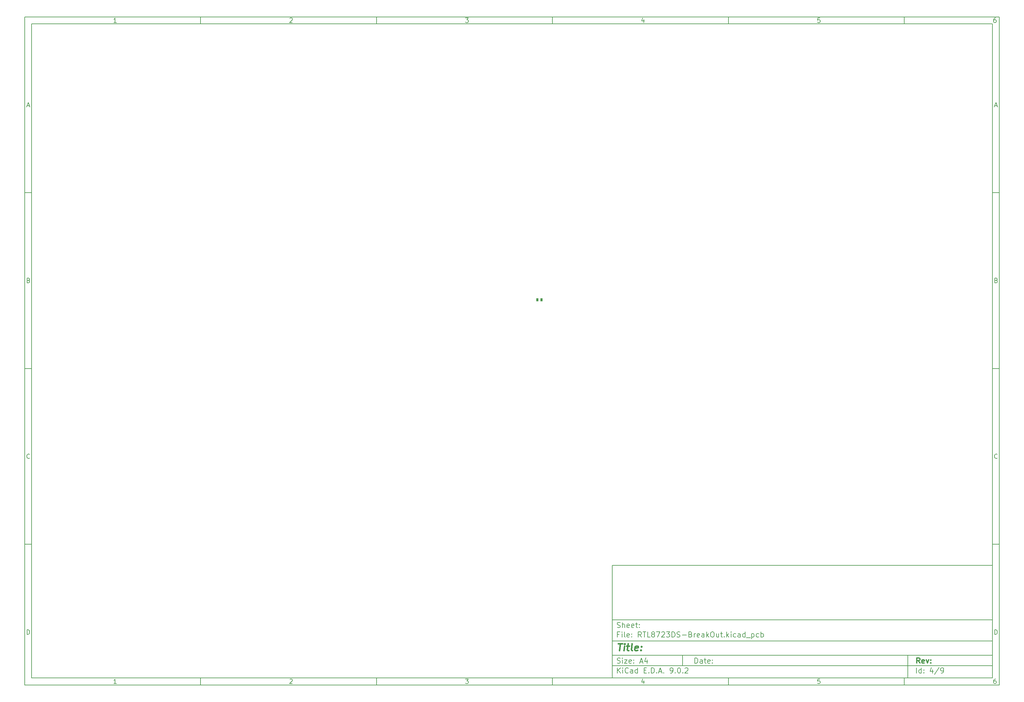
<source format=gbp>
G04 #@! TF.GenerationSoftware,KiCad,Pcbnew,9.0.2*
G04 #@! TF.CreationDate,2025-07-17T00:51:24+08:00*
G04 #@! TF.ProjectId,RTL8723DS-BreakOut,52544c38-3732-4334-9453-2d427265616b,rev?*
G04 #@! TF.SameCoordinates,Original*
G04 #@! TF.FileFunction,Paste,Bot*
G04 #@! TF.FilePolarity,Positive*
%FSLAX45Y45*%
G04 Gerber Fmt 4.5, Leading zero omitted, Abs format (unit mm)*
G04 Created by KiCad (PCBNEW 9.0.2) date 2025-07-17 00:51:24*
%MOMM*%
%LPD*%
G01*
G04 APERTURE LIST*
%ADD10C,0.100000*%
%ADD11C,0.150000*%
%ADD12C,0.300000*%
%ADD13C,0.400000*%
G04 APERTURE END LIST*
D10*
D11*
X17700220Y-16600720D02*
X28500220Y-16600720D01*
X28500220Y-19800720D01*
X17700220Y-19800720D01*
X17700220Y-16600720D01*
D10*
D11*
X1000000Y-1000000D02*
X28700220Y-1000000D01*
X28700220Y-20000720D01*
X1000000Y-20000720D01*
X1000000Y-1000000D01*
D10*
D11*
X1200000Y-1200000D02*
X28500220Y-1200000D01*
X28500220Y-19800720D01*
X1200000Y-19800720D01*
X1200000Y-1200000D01*
D10*
D11*
X6000000Y-1200000D02*
X6000000Y-1000000D01*
D10*
D11*
X11000000Y-1200000D02*
X11000000Y-1000000D01*
D10*
D11*
X16000000Y-1200000D02*
X16000000Y-1000000D01*
D10*
D11*
X21000000Y-1200000D02*
X21000000Y-1000000D01*
D10*
D11*
X26000000Y-1200000D02*
X26000000Y-1000000D01*
D10*
D11*
X3608916Y-1159360D02*
X3534630Y-1159360D01*
X3571773Y-1159360D02*
X3571773Y-1029360D01*
X3571773Y-1029360D02*
X3559392Y-1047932D01*
X3559392Y-1047932D02*
X3547011Y-1060313D01*
X3547011Y-1060313D02*
X3534630Y-1066503D01*
D10*
D11*
X8534630Y-1041741D02*
X8540821Y-1035551D01*
X8540821Y-1035551D02*
X8553202Y-1029360D01*
X8553202Y-1029360D02*
X8584154Y-1029360D01*
X8584154Y-1029360D02*
X8596535Y-1035551D01*
X8596535Y-1035551D02*
X8602726Y-1041741D01*
X8602726Y-1041741D02*
X8608916Y-1054122D01*
X8608916Y-1054122D02*
X8608916Y-1066503D01*
X8608916Y-1066503D02*
X8602726Y-1085075D01*
X8602726Y-1085075D02*
X8528440Y-1159360D01*
X8528440Y-1159360D02*
X8608916Y-1159360D01*
D10*
D11*
X13528440Y-1029360D02*
X13608916Y-1029360D01*
X13608916Y-1029360D02*
X13565583Y-1078884D01*
X13565583Y-1078884D02*
X13584154Y-1078884D01*
X13584154Y-1078884D02*
X13596535Y-1085075D01*
X13596535Y-1085075D02*
X13602725Y-1091265D01*
X13602725Y-1091265D02*
X13608916Y-1103646D01*
X13608916Y-1103646D02*
X13608916Y-1134599D01*
X13608916Y-1134599D02*
X13602725Y-1146980D01*
X13602725Y-1146980D02*
X13596535Y-1153170D01*
X13596535Y-1153170D02*
X13584154Y-1159360D01*
X13584154Y-1159360D02*
X13547011Y-1159360D01*
X13547011Y-1159360D02*
X13534630Y-1153170D01*
X13534630Y-1153170D02*
X13528440Y-1146980D01*
D10*
D11*
X18596535Y-1072694D02*
X18596535Y-1159360D01*
X18565583Y-1023170D02*
X18534630Y-1116027D01*
X18534630Y-1116027D02*
X18615106Y-1116027D01*
D10*
D11*
X23602725Y-1029360D02*
X23540821Y-1029360D01*
X23540821Y-1029360D02*
X23534630Y-1091265D01*
X23534630Y-1091265D02*
X23540821Y-1085075D01*
X23540821Y-1085075D02*
X23553202Y-1078884D01*
X23553202Y-1078884D02*
X23584154Y-1078884D01*
X23584154Y-1078884D02*
X23596535Y-1085075D01*
X23596535Y-1085075D02*
X23602725Y-1091265D01*
X23602725Y-1091265D02*
X23608916Y-1103646D01*
X23608916Y-1103646D02*
X23608916Y-1134599D01*
X23608916Y-1134599D02*
X23602725Y-1146980D01*
X23602725Y-1146980D02*
X23596535Y-1153170D01*
X23596535Y-1153170D02*
X23584154Y-1159360D01*
X23584154Y-1159360D02*
X23553202Y-1159360D01*
X23553202Y-1159360D02*
X23540821Y-1153170D01*
X23540821Y-1153170D02*
X23534630Y-1146980D01*
D10*
D11*
X28596535Y-1029360D02*
X28571773Y-1029360D01*
X28571773Y-1029360D02*
X28559392Y-1035551D01*
X28559392Y-1035551D02*
X28553202Y-1041741D01*
X28553202Y-1041741D02*
X28540821Y-1060313D01*
X28540821Y-1060313D02*
X28534630Y-1085075D01*
X28534630Y-1085075D02*
X28534630Y-1134599D01*
X28534630Y-1134599D02*
X28540821Y-1146980D01*
X28540821Y-1146980D02*
X28547011Y-1153170D01*
X28547011Y-1153170D02*
X28559392Y-1159360D01*
X28559392Y-1159360D02*
X28584154Y-1159360D01*
X28584154Y-1159360D02*
X28596535Y-1153170D01*
X28596535Y-1153170D02*
X28602725Y-1146980D01*
X28602725Y-1146980D02*
X28608916Y-1134599D01*
X28608916Y-1134599D02*
X28608916Y-1103646D01*
X28608916Y-1103646D02*
X28602725Y-1091265D01*
X28602725Y-1091265D02*
X28596535Y-1085075D01*
X28596535Y-1085075D02*
X28584154Y-1078884D01*
X28584154Y-1078884D02*
X28559392Y-1078884D01*
X28559392Y-1078884D02*
X28547011Y-1085075D01*
X28547011Y-1085075D02*
X28540821Y-1091265D01*
X28540821Y-1091265D02*
X28534630Y-1103646D01*
D10*
D11*
X6000000Y-19800720D02*
X6000000Y-20000720D01*
D10*
D11*
X11000000Y-19800720D02*
X11000000Y-20000720D01*
D10*
D11*
X16000000Y-19800720D02*
X16000000Y-20000720D01*
D10*
D11*
X21000000Y-19800720D02*
X21000000Y-20000720D01*
D10*
D11*
X26000000Y-19800720D02*
X26000000Y-20000720D01*
D10*
D11*
X3608916Y-19960080D02*
X3534630Y-19960080D01*
X3571773Y-19960080D02*
X3571773Y-19830080D01*
X3571773Y-19830080D02*
X3559392Y-19848652D01*
X3559392Y-19848652D02*
X3547011Y-19861033D01*
X3547011Y-19861033D02*
X3534630Y-19867223D01*
D10*
D11*
X8534630Y-19842461D02*
X8540821Y-19836271D01*
X8540821Y-19836271D02*
X8553202Y-19830080D01*
X8553202Y-19830080D02*
X8584154Y-19830080D01*
X8584154Y-19830080D02*
X8596535Y-19836271D01*
X8596535Y-19836271D02*
X8602726Y-19842461D01*
X8602726Y-19842461D02*
X8608916Y-19854842D01*
X8608916Y-19854842D02*
X8608916Y-19867223D01*
X8608916Y-19867223D02*
X8602726Y-19885795D01*
X8602726Y-19885795D02*
X8528440Y-19960080D01*
X8528440Y-19960080D02*
X8608916Y-19960080D01*
D10*
D11*
X13528440Y-19830080D02*
X13608916Y-19830080D01*
X13608916Y-19830080D02*
X13565583Y-19879604D01*
X13565583Y-19879604D02*
X13584154Y-19879604D01*
X13584154Y-19879604D02*
X13596535Y-19885795D01*
X13596535Y-19885795D02*
X13602725Y-19891985D01*
X13602725Y-19891985D02*
X13608916Y-19904366D01*
X13608916Y-19904366D02*
X13608916Y-19935319D01*
X13608916Y-19935319D02*
X13602725Y-19947700D01*
X13602725Y-19947700D02*
X13596535Y-19953890D01*
X13596535Y-19953890D02*
X13584154Y-19960080D01*
X13584154Y-19960080D02*
X13547011Y-19960080D01*
X13547011Y-19960080D02*
X13534630Y-19953890D01*
X13534630Y-19953890D02*
X13528440Y-19947700D01*
D10*
D11*
X18596535Y-19873414D02*
X18596535Y-19960080D01*
X18565583Y-19823890D02*
X18534630Y-19916747D01*
X18534630Y-19916747D02*
X18615106Y-19916747D01*
D10*
D11*
X23602725Y-19830080D02*
X23540821Y-19830080D01*
X23540821Y-19830080D02*
X23534630Y-19891985D01*
X23534630Y-19891985D02*
X23540821Y-19885795D01*
X23540821Y-19885795D02*
X23553202Y-19879604D01*
X23553202Y-19879604D02*
X23584154Y-19879604D01*
X23584154Y-19879604D02*
X23596535Y-19885795D01*
X23596535Y-19885795D02*
X23602725Y-19891985D01*
X23602725Y-19891985D02*
X23608916Y-19904366D01*
X23608916Y-19904366D02*
X23608916Y-19935319D01*
X23608916Y-19935319D02*
X23602725Y-19947700D01*
X23602725Y-19947700D02*
X23596535Y-19953890D01*
X23596535Y-19953890D02*
X23584154Y-19960080D01*
X23584154Y-19960080D02*
X23553202Y-19960080D01*
X23553202Y-19960080D02*
X23540821Y-19953890D01*
X23540821Y-19953890D02*
X23534630Y-19947700D01*
D10*
D11*
X28596535Y-19830080D02*
X28571773Y-19830080D01*
X28571773Y-19830080D02*
X28559392Y-19836271D01*
X28559392Y-19836271D02*
X28553202Y-19842461D01*
X28553202Y-19842461D02*
X28540821Y-19861033D01*
X28540821Y-19861033D02*
X28534630Y-19885795D01*
X28534630Y-19885795D02*
X28534630Y-19935319D01*
X28534630Y-19935319D02*
X28540821Y-19947700D01*
X28540821Y-19947700D02*
X28547011Y-19953890D01*
X28547011Y-19953890D02*
X28559392Y-19960080D01*
X28559392Y-19960080D02*
X28584154Y-19960080D01*
X28584154Y-19960080D02*
X28596535Y-19953890D01*
X28596535Y-19953890D02*
X28602725Y-19947700D01*
X28602725Y-19947700D02*
X28608916Y-19935319D01*
X28608916Y-19935319D02*
X28608916Y-19904366D01*
X28608916Y-19904366D02*
X28602725Y-19891985D01*
X28602725Y-19891985D02*
X28596535Y-19885795D01*
X28596535Y-19885795D02*
X28584154Y-19879604D01*
X28584154Y-19879604D02*
X28559392Y-19879604D01*
X28559392Y-19879604D02*
X28547011Y-19885795D01*
X28547011Y-19885795D02*
X28540821Y-19891985D01*
X28540821Y-19891985D02*
X28534630Y-19904366D01*
D10*
D11*
X1000000Y-6000000D02*
X1200000Y-6000000D01*
D10*
D11*
X1000000Y-11000000D02*
X1200000Y-11000000D01*
D10*
D11*
X1000000Y-16000000D02*
X1200000Y-16000000D01*
D10*
D11*
X1069048Y-3522218D02*
X1130952Y-3522218D01*
X1056667Y-3559360D02*
X1100000Y-3429360D01*
X1100000Y-3429360D02*
X1143333Y-3559360D01*
D10*
D11*
X1109286Y-8491265D02*
X1127857Y-8497456D01*
X1127857Y-8497456D02*
X1134048Y-8503646D01*
X1134048Y-8503646D02*
X1140238Y-8516027D01*
X1140238Y-8516027D02*
X1140238Y-8534599D01*
X1140238Y-8534599D02*
X1134048Y-8546980D01*
X1134048Y-8546980D02*
X1127857Y-8553170D01*
X1127857Y-8553170D02*
X1115476Y-8559360D01*
X1115476Y-8559360D02*
X1065952Y-8559360D01*
X1065952Y-8559360D02*
X1065952Y-8429360D01*
X1065952Y-8429360D02*
X1109286Y-8429360D01*
X1109286Y-8429360D02*
X1121667Y-8435551D01*
X1121667Y-8435551D02*
X1127857Y-8441741D01*
X1127857Y-8441741D02*
X1134048Y-8454122D01*
X1134048Y-8454122D02*
X1134048Y-8466503D01*
X1134048Y-8466503D02*
X1127857Y-8478884D01*
X1127857Y-8478884D02*
X1121667Y-8485075D01*
X1121667Y-8485075D02*
X1109286Y-8491265D01*
X1109286Y-8491265D02*
X1065952Y-8491265D01*
D10*
D11*
X1140238Y-13546979D02*
X1134048Y-13553170D01*
X1134048Y-13553170D02*
X1115476Y-13559360D01*
X1115476Y-13559360D02*
X1103095Y-13559360D01*
X1103095Y-13559360D02*
X1084524Y-13553170D01*
X1084524Y-13553170D02*
X1072143Y-13540789D01*
X1072143Y-13540789D02*
X1065952Y-13528408D01*
X1065952Y-13528408D02*
X1059762Y-13503646D01*
X1059762Y-13503646D02*
X1059762Y-13485075D01*
X1059762Y-13485075D02*
X1065952Y-13460313D01*
X1065952Y-13460313D02*
X1072143Y-13447932D01*
X1072143Y-13447932D02*
X1084524Y-13435551D01*
X1084524Y-13435551D02*
X1103095Y-13429360D01*
X1103095Y-13429360D02*
X1115476Y-13429360D01*
X1115476Y-13429360D02*
X1134048Y-13435551D01*
X1134048Y-13435551D02*
X1140238Y-13441741D01*
D10*
D11*
X1065952Y-18559360D02*
X1065952Y-18429360D01*
X1065952Y-18429360D02*
X1096905Y-18429360D01*
X1096905Y-18429360D02*
X1115476Y-18435551D01*
X1115476Y-18435551D02*
X1127857Y-18447932D01*
X1127857Y-18447932D02*
X1134048Y-18460313D01*
X1134048Y-18460313D02*
X1140238Y-18485075D01*
X1140238Y-18485075D02*
X1140238Y-18503646D01*
X1140238Y-18503646D02*
X1134048Y-18528408D01*
X1134048Y-18528408D02*
X1127857Y-18540789D01*
X1127857Y-18540789D02*
X1115476Y-18553170D01*
X1115476Y-18553170D02*
X1096905Y-18559360D01*
X1096905Y-18559360D02*
X1065952Y-18559360D01*
D10*
D11*
X28700220Y-6000000D02*
X28500220Y-6000000D01*
D10*
D11*
X28700220Y-11000000D02*
X28500220Y-11000000D01*
D10*
D11*
X28700220Y-16000000D02*
X28500220Y-16000000D01*
D10*
D11*
X28569268Y-3522218D02*
X28631172Y-3522218D01*
X28556887Y-3559360D02*
X28600220Y-3429360D01*
X28600220Y-3429360D02*
X28643553Y-3559360D01*
D10*
D11*
X28609506Y-8491265D02*
X28628077Y-8497456D01*
X28628077Y-8497456D02*
X28634268Y-8503646D01*
X28634268Y-8503646D02*
X28640458Y-8516027D01*
X28640458Y-8516027D02*
X28640458Y-8534599D01*
X28640458Y-8534599D02*
X28634268Y-8546980D01*
X28634268Y-8546980D02*
X28628077Y-8553170D01*
X28628077Y-8553170D02*
X28615696Y-8559360D01*
X28615696Y-8559360D02*
X28566172Y-8559360D01*
X28566172Y-8559360D02*
X28566172Y-8429360D01*
X28566172Y-8429360D02*
X28609506Y-8429360D01*
X28609506Y-8429360D02*
X28621887Y-8435551D01*
X28621887Y-8435551D02*
X28628077Y-8441741D01*
X28628077Y-8441741D02*
X28634268Y-8454122D01*
X28634268Y-8454122D02*
X28634268Y-8466503D01*
X28634268Y-8466503D02*
X28628077Y-8478884D01*
X28628077Y-8478884D02*
X28621887Y-8485075D01*
X28621887Y-8485075D02*
X28609506Y-8491265D01*
X28609506Y-8491265D02*
X28566172Y-8491265D01*
D10*
D11*
X28640458Y-13546979D02*
X28634268Y-13553170D01*
X28634268Y-13553170D02*
X28615696Y-13559360D01*
X28615696Y-13559360D02*
X28603315Y-13559360D01*
X28603315Y-13559360D02*
X28584744Y-13553170D01*
X28584744Y-13553170D02*
X28572363Y-13540789D01*
X28572363Y-13540789D02*
X28566172Y-13528408D01*
X28566172Y-13528408D02*
X28559982Y-13503646D01*
X28559982Y-13503646D02*
X28559982Y-13485075D01*
X28559982Y-13485075D02*
X28566172Y-13460313D01*
X28566172Y-13460313D02*
X28572363Y-13447932D01*
X28572363Y-13447932D02*
X28584744Y-13435551D01*
X28584744Y-13435551D02*
X28603315Y-13429360D01*
X28603315Y-13429360D02*
X28615696Y-13429360D01*
X28615696Y-13429360D02*
X28634268Y-13435551D01*
X28634268Y-13435551D02*
X28640458Y-13441741D01*
D10*
D11*
X28566172Y-18559360D02*
X28566172Y-18429360D01*
X28566172Y-18429360D02*
X28597125Y-18429360D01*
X28597125Y-18429360D02*
X28615696Y-18435551D01*
X28615696Y-18435551D02*
X28628077Y-18447932D01*
X28628077Y-18447932D02*
X28634268Y-18460313D01*
X28634268Y-18460313D02*
X28640458Y-18485075D01*
X28640458Y-18485075D02*
X28640458Y-18503646D01*
X28640458Y-18503646D02*
X28634268Y-18528408D01*
X28634268Y-18528408D02*
X28628077Y-18540789D01*
X28628077Y-18540789D02*
X28615696Y-18553170D01*
X28615696Y-18553170D02*
X28597125Y-18559360D01*
X28597125Y-18559360D02*
X28566172Y-18559360D01*
D10*
D11*
X20045803Y-19379333D02*
X20045803Y-19229333D01*
X20045803Y-19229333D02*
X20081517Y-19229333D01*
X20081517Y-19229333D02*
X20102946Y-19236476D01*
X20102946Y-19236476D02*
X20117231Y-19250761D01*
X20117231Y-19250761D02*
X20124374Y-19265047D01*
X20124374Y-19265047D02*
X20131517Y-19293619D01*
X20131517Y-19293619D02*
X20131517Y-19315047D01*
X20131517Y-19315047D02*
X20124374Y-19343619D01*
X20124374Y-19343619D02*
X20117231Y-19357904D01*
X20117231Y-19357904D02*
X20102946Y-19372190D01*
X20102946Y-19372190D02*
X20081517Y-19379333D01*
X20081517Y-19379333D02*
X20045803Y-19379333D01*
X20260088Y-19379333D02*
X20260088Y-19300761D01*
X20260088Y-19300761D02*
X20252946Y-19286476D01*
X20252946Y-19286476D02*
X20238660Y-19279333D01*
X20238660Y-19279333D02*
X20210088Y-19279333D01*
X20210088Y-19279333D02*
X20195803Y-19286476D01*
X20260088Y-19372190D02*
X20245803Y-19379333D01*
X20245803Y-19379333D02*
X20210088Y-19379333D01*
X20210088Y-19379333D02*
X20195803Y-19372190D01*
X20195803Y-19372190D02*
X20188660Y-19357904D01*
X20188660Y-19357904D02*
X20188660Y-19343619D01*
X20188660Y-19343619D02*
X20195803Y-19329333D01*
X20195803Y-19329333D02*
X20210088Y-19322190D01*
X20210088Y-19322190D02*
X20245803Y-19322190D01*
X20245803Y-19322190D02*
X20260088Y-19315047D01*
X20310088Y-19279333D02*
X20367231Y-19279333D01*
X20331517Y-19229333D02*
X20331517Y-19357904D01*
X20331517Y-19357904D02*
X20338660Y-19372190D01*
X20338660Y-19372190D02*
X20352946Y-19379333D01*
X20352946Y-19379333D02*
X20367231Y-19379333D01*
X20474374Y-19372190D02*
X20460088Y-19379333D01*
X20460088Y-19379333D02*
X20431517Y-19379333D01*
X20431517Y-19379333D02*
X20417231Y-19372190D01*
X20417231Y-19372190D02*
X20410088Y-19357904D01*
X20410088Y-19357904D02*
X20410088Y-19300761D01*
X20410088Y-19300761D02*
X20417231Y-19286476D01*
X20417231Y-19286476D02*
X20431517Y-19279333D01*
X20431517Y-19279333D02*
X20460088Y-19279333D01*
X20460088Y-19279333D02*
X20474374Y-19286476D01*
X20474374Y-19286476D02*
X20481517Y-19300761D01*
X20481517Y-19300761D02*
X20481517Y-19315047D01*
X20481517Y-19315047D02*
X20410088Y-19329333D01*
X20545803Y-19365047D02*
X20552946Y-19372190D01*
X20552946Y-19372190D02*
X20545803Y-19379333D01*
X20545803Y-19379333D02*
X20538660Y-19372190D01*
X20538660Y-19372190D02*
X20545803Y-19365047D01*
X20545803Y-19365047D02*
X20545803Y-19379333D01*
X20545803Y-19286476D02*
X20552946Y-19293619D01*
X20552946Y-19293619D02*
X20545803Y-19300761D01*
X20545803Y-19300761D02*
X20538660Y-19293619D01*
X20538660Y-19293619D02*
X20545803Y-19286476D01*
X20545803Y-19286476D02*
X20545803Y-19300761D01*
D10*
D11*
X17700220Y-19450720D02*
X28500220Y-19450720D01*
D10*
D11*
X17845803Y-19659333D02*
X17845803Y-19509333D01*
X17931517Y-19659333D02*
X17867231Y-19573619D01*
X17931517Y-19509333D02*
X17845803Y-19595047D01*
X17995803Y-19659333D02*
X17995803Y-19559333D01*
X17995803Y-19509333D02*
X17988660Y-19516476D01*
X17988660Y-19516476D02*
X17995803Y-19523619D01*
X17995803Y-19523619D02*
X18002946Y-19516476D01*
X18002946Y-19516476D02*
X17995803Y-19509333D01*
X17995803Y-19509333D02*
X17995803Y-19523619D01*
X18152946Y-19645047D02*
X18145803Y-19652190D01*
X18145803Y-19652190D02*
X18124374Y-19659333D01*
X18124374Y-19659333D02*
X18110088Y-19659333D01*
X18110088Y-19659333D02*
X18088660Y-19652190D01*
X18088660Y-19652190D02*
X18074374Y-19637904D01*
X18074374Y-19637904D02*
X18067231Y-19623619D01*
X18067231Y-19623619D02*
X18060088Y-19595047D01*
X18060088Y-19595047D02*
X18060088Y-19573619D01*
X18060088Y-19573619D02*
X18067231Y-19545047D01*
X18067231Y-19545047D02*
X18074374Y-19530761D01*
X18074374Y-19530761D02*
X18088660Y-19516476D01*
X18088660Y-19516476D02*
X18110088Y-19509333D01*
X18110088Y-19509333D02*
X18124374Y-19509333D01*
X18124374Y-19509333D02*
X18145803Y-19516476D01*
X18145803Y-19516476D02*
X18152946Y-19523619D01*
X18281517Y-19659333D02*
X18281517Y-19580761D01*
X18281517Y-19580761D02*
X18274374Y-19566476D01*
X18274374Y-19566476D02*
X18260088Y-19559333D01*
X18260088Y-19559333D02*
X18231517Y-19559333D01*
X18231517Y-19559333D02*
X18217231Y-19566476D01*
X18281517Y-19652190D02*
X18267231Y-19659333D01*
X18267231Y-19659333D02*
X18231517Y-19659333D01*
X18231517Y-19659333D02*
X18217231Y-19652190D01*
X18217231Y-19652190D02*
X18210088Y-19637904D01*
X18210088Y-19637904D02*
X18210088Y-19623619D01*
X18210088Y-19623619D02*
X18217231Y-19609333D01*
X18217231Y-19609333D02*
X18231517Y-19602190D01*
X18231517Y-19602190D02*
X18267231Y-19602190D01*
X18267231Y-19602190D02*
X18281517Y-19595047D01*
X18417231Y-19659333D02*
X18417231Y-19509333D01*
X18417231Y-19652190D02*
X18402946Y-19659333D01*
X18402946Y-19659333D02*
X18374374Y-19659333D01*
X18374374Y-19659333D02*
X18360088Y-19652190D01*
X18360088Y-19652190D02*
X18352946Y-19645047D01*
X18352946Y-19645047D02*
X18345803Y-19630761D01*
X18345803Y-19630761D02*
X18345803Y-19587904D01*
X18345803Y-19587904D02*
X18352946Y-19573619D01*
X18352946Y-19573619D02*
X18360088Y-19566476D01*
X18360088Y-19566476D02*
X18374374Y-19559333D01*
X18374374Y-19559333D02*
X18402946Y-19559333D01*
X18402946Y-19559333D02*
X18417231Y-19566476D01*
X18602946Y-19580761D02*
X18652946Y-19580761D01*
X18674374Y-19659333D02*
X18602946Y-19659333D01*
X18602946Y-19659333D02*
X18602946Y-19509333D01*
X18602946Y-19509333D02*
X18674374Y-19509333D01*
X18738660Y-19645047D02*
X18745803Y-19652190D01*
X18745803Y-19652190D02*
X18738660Y-19659333D01*
X18738660Y-19659333D02*
X18731517Y-19652190D01*
X18731517Y-19652190D02*
X18738660Y-19645047D01*
X18738660Y-19645047D02*
X18738660Y-19659333D01*
X18810088Y-19659333D02*
X18810088Y-19509333D01*
X18810088Y-19509333D02*
X18845803Y-19509333D01*
X18845803Y-19509333D02*
X18867231Y-19516476D01*
X18867231Y-19516476D02*
X18881517Y-19530761D01*
X18881517Y-19530761D02*
X18888660Y-19545047D01*
X18888660Y-19545047D02*
X18895803Y-19573619D01*
X18895803Y-19573619D02*
X18895803Y-19595047D01*
X18895803Y-19595047D02*
X18888660Y-19623619D01*
X18888660Y-19623619D02*
X18881517Y-19637904D01*
X18881517Y-19637904D02*
X18867231Y-19652190D01*
X18867231Y-19652190D02*
X18845803Y-19659333D01*
X18845803Y-19659333D02*
X18810088Y-19659333D01*
X18960088Y-19645047D02*
X18967231Y-19652190D01*
X18967231Y-19652190D02*
X18960088Y-19659333D01*
X18960088Y-19659333D02*
X18952946Y-19652190D01*
X18952946Y-19652190D02*
X18960088Y-19645047D01*
X18960088Y-19645047D02*
X18960088Y-19659333D01*
X19024374Y-19616476D02*
X19095803Y-19616476D01*
X19010089Y-19659333D02*
X19060089Y-19509333D01*
X19060089Y-19509333D02*
X19110089Y-19659333D01*
X19160088Y-19645047D02*
X19167231Y-19652190D01*
X19167231Y-19652190D02*
X19160088Y-19659333D01*
X19160088Y-19659333D02*
X19152946Y-19652190D01*
X19152946Y-19652190D02*
X19160088Y-19645047D01*
X19160088Y-19645047D02*
X19160088Y-19659333D01*
X19352946Y-19659333D02*
X19381517Y-19659333D01*
X19381517Y-19659333D02*
X19395803Y-19652190D01*
X19395803Y-19652190D02*
X19402946Y-19645047D01*
X19402946Y-19645047D02*
X19417231Y-19623619D01*
X19417231Y-19623619D02*
X19424374Y-19595047D01*
X19424374Y-19595047D02*
X19424374Y-19537904D01*
X19424374Y-19537904D02*
X19417231Y-19523619D01*
X19417231Y-19523619D02*
X19410089Y-19516476D01*
X19410089Y-19516476D02*
X19395803Y-19509333D01*
X19395803Y-19509333D02*
X19367231Y-19509333D01*
X19367231Y-19509333D02*
X19352946Y-19516476D01*
X19352946Y-19516476D02*
X19345803Y-19523619D01*
X19345803Y-19523619D02*
X19338660Y-19537904D01*
X19338660Y-19537904D02*
X19338660Y-19573619D01*
X19338660Y-19573619D02*
X19345803Y-19587904D01*
X19345803Y-19587904D02*
X19352946Y-19595047D01*
X19352946Y-19595047D02*
X19367231Y-19602190D01*
X19367231Y-19602190D02*
X19395803Y-19602190D01*
X19395803Y-19602190D02*
X19410089Y-19595047D01*
X19410089Y-19595047D02*
X19417231Y-19587904D01*
X19417231Y-19587904D02*
X19424374Y-19573619D01*
X19488660Y-19645047D02*
X19495803Y-19652190D01*
X19495803Y-19652190D02*
X19488660Y-19659333D01*
X19488660Y-19659333D02*
X19481517Y-19652190D01*
X19481517Y-19652190D02*
X19488660Y-19645047D01*
X19488660Y-19645047D02*
X19488660Y-19659333D01*
X19588660Y-19509333D02*
X19602946Y-19509333D01*
X19602946Y-19509333D02*
X19617231Y-19516476D01*
X19617231Y-19516476D02*
X19624374Y-19523619D01*
X19624374Y-19523619D02*
X19631517Y-19537904D01*
X19631517Y-19537904D02*
X19638660Y-19566476D01*
X19638660Y-19566476D02*
X19638660Y-19602190D01*
X19638660Y-19602190D02*
X19631517Y-19630761D01*
X19631517Y-19630761D02*
X19624374Y-19645047D01*
X19624374Y-19645047D02*
X19617231Y-19652190D01*
X19617231Y-19652190D02*
X19602946Y-19659333D01*
X19602946Y-19659333D02*
X19588660Y-19659333D01*
X19588660Y-19659333D02*
X19574374Y-19652190D01*
X19574374Y-19652190D02*
X19567231Y-19645047D01*
X19567231Y-19645047D02*
X19560088Y-19630761D01*
X19560088Y-19630761D02*
X19552946Y-19602190D01*
X19552946Y-19602190D02*
X19552946Y-19566476D01*
X19552946Y-19566476D02*
X19560088Y-19537904D01*
X19560088Y-19537904D02*
X19567231Y-19523619D01*
X19567231Y-19523619D02*
X19574374Y-19516476D01*
X19574374Y-19516476D02*
X19588660Y-19509333D01*
X19702946Y-19645047D02*
X19710088Y-19652190D01*
X19710088Y-19652190D02*
X19702946Y-19659333D01*
X19702946Y-19659333D02*
X19695803Y-19652190D01*
X19695803Y-19652190D02*
X19702946Y-19645047D01*
X19702946Y-19645047D02*
X19702946Y-19659333D01*
X19767231Y-19523619D02*
X19774374Y-19516476D01*
X19774374Y-19516476D02*
X19788660Y-19509333D01*
X19788660Y-19509333D02*
X19824374Y-19509333D01*
X19824374Y-19509333D02*
X19838660Y-19516476D01*
X19838660Y-19516476D02*
X19845803Y-19523619D01*
X19845803Y-19523619D02*
X19852946Y-19537904D01*
X19852946Y-19537904D02*
X19852946Y-19552190D01*
X19852946Y-19552190D02*
X19845803Y-19573619D01*
X19845803Y-19573619D02*
X19760088Y-19659333D01*
X19760088Y-19659333D02*
X19852946Y-19659333D01*
D10*
D11*
X17700220Y-19150720D02*
X28500220Y-19150720D01*
D10*
D12*
X26441385Y-19378553D02*
X26391385Y-19307124D01*
X26355671Y-19378553D02*
X26355671Y-19228553D01*
X26355671Y-19228553D02*
X26412814Y-19228553D01*
X26412814Y-19228553D02*
X26427100Y-19235696D01*
X26427100Y-19235696D02*
X26434242Y-19242839D01*
X26434242Y-19242839D02*
X26441385Y-19257124D01*
X26441385Y-19257124D02*
X26441385Y-19278553D01*
X26441385Y-19278553D02*
X26434242Y-19292839D01*
X26434242Y-19292839D02*
X26427100Y-19299981D01*
X26427100Y-19299981D02*
X26412814Y-19307124D01*
X26412814Y-19307124D02*
X26355671Y-19307124D01*
X26562814Y-19371410D02*
X26548528Y-19378553D01*
X26548528Y-19378553D02*
X26519957Y-19378553D01*
X26519957Y-19378553D02*
X26505671Y-19371410D01*
X26505671Y-19371410D02*
X26498528Y-19357124D01*
X26498528Y-19357124D02*
X26498528Y-19299981D01*
X26498528Y-19299981D02*
X26505671Y-19285696D01*
X26505671Y-19285696D02*
X26519957Y-19278553D01*
X26519957Y-19278553D02*
X26548528Y-19278553D01*
X26548528Y-19278553D02*
X26562814Y-19285696D01*
X26562814Y-19285696D02*
X26569957Y-19299981D01*
X26569957Y-19299981D02*
X26569957Y-19314267D01*
X26569957Y-19314267D02*
X26498528Y-19328553D01*
X26619957Y-19278553D02*
X26655671Y-19378553D01*
X26655671Y-19378553D02*
X26691385Y-19278553D01*
X26748528Y-19364267D02*
X26755671Y-19371410D01*
X26755671Y-19371410D02*
X26748528Y-19378553D01*
X26748528Y-19378553D02*
X26741385Y-19371410D01*
X26741385Y-19371410D02*
X26748528Y-19364267D01*
X26748528Y-19364267D02*
X26748528Y-19378553D01*
X26748528Y-19285696D02*
X26755671Y-19292839D01*
X26755671Y-19292839D02*
X26748528Y-19299981D01*
X26748528Y-19299981D02*
X26741385Y-19292839D01*
X26741385Y-19292839D02*
X26748528Y-19285696D01*
X26748528Y-19285696D02*
X26748528Y-19299981D01*
D10*
D11*
X17838660Y-19372190D02*
X17860088Y-19379333D01*
X17860088Y-19379333D02*
X17895803Y-19379333D01*
X17895803Y-19379333D02*
X17910088Y-19372190D01*
X17910088Y-19372190D02*
X17917231Y-19365047D01*
X17917231Y-19365047D02*
X17924374Y-19350761D01*
X17924374Y-19350761D02*
X17924374Y-19336476D01*
X17924374Y-19336476D02*
X17917231Y-19322190D01*
X17917231Y-19322190D02*
X17910088Y-19315047D01*
X17910088Y-19315047D02*
X17895803Y-19307904D01*
X17895803Y-19307904D02*
X17867231Y-19300761D01*
X17867231Y-19300761D02*
X17852946Y-19293619D01*
X17852946Y-19293619D02*
X17845803Y-19286476D01*
X17845803Y-19286476D02*
X17838660Y-19272190D01*
X17838660Y-19272190D02*
X17838660Y-19257904D01*
X17838660Y-19257904D02*
X17845803Y-19243619D01*
X17845803Y-19243619D02*
X17852946Y-19236476D01*
X17852946Y-19236476D02*
X17867231Y-19229333D01*
X17867231Y-19229333D02*
X17902946Y-19229333D01*
X17902946Y-19229333D02*
X17924374Y-19236476D01*
X17988660Y-19379333D02*
X17988660Y-19279333D01*
X17988660Y-19229333D02*
X17981517Y-19236476D01*
X17981517Y-19236476D02*
X17988660Y-19243619D01*
X17988660Y-19243619D02*
X17995803Y-19236476D01*
X17995803Y-19236476D02*
X17988660Y-19229333D01*
X17988660Y-19229333D02*
X17988660Y-19243619D01*
X18045803Y-19279333D02*
X18124374Y-19279333D01*
X18124374Y-19279333D02*
X18045803Y-19379333D01*
X18045803Y-19379333D02*
X18124374Y-19379333D01*
X18238660Y-19372190D02*
X18224374Y-19379333D01*
X18224374Y-19379333D02*
X18195803Y-19379333D01*
X18195803Y-19379333D02*
X18181517Y-19372190D01*
X18181517Y-19372190D02*
X18174374Y-19357904D01*
X18174374Y-19357904D02*
X18174374Y-19300761D01*
X18174374Y-19300761D02*
X18181517Y-19286476D01*
X18181517Y-19286476D02*
X18195803Y-19279333D01*
X18195803Y-19279333D02*
X18224374Y-19279333D01*
X18224374Y-19279333D02*
X18238660Y-19286476D01*
X18238660Y-19286476D02*
X18245803Y-19300761D01*
X18245803Y-19300761D02*
X18245803Y-19315047D01*
X18245803Y-19315047D02*
X18174374Y-19329333D01*
X18310088Y-19365047D02*
X18317231Y-19372190D01*
X18317231Y-19372190D02*
X18310088Y-19379333D01*
X18310088Y-19379333D02*
X18302946Y-19372190D01*
X18302946Y-19372190D02*
X18310088Y-19365047D01*
X18310088Y-19365047D02*
X18310088Y-19379333D01*
X18310088Y-19286476D02*
X18317231Y-19293619D01*
X18317231Y-19293619D02*
X18310088Y-19300761D01*
X18310088Y-19300761D02*
X18302946Y-19293619D01*
X18302946Y-19293619D02*
X18310088Y-19286476D01*
X18310088Y-19286476D02*
X18310088Y-19300761D01*
X18488660Y-19336476D02*
X18560088Y-19336476D01*
X18474374Y-19379333D02*
X18524374Y-19229333D01*
X18524374Y-19229333D02*
X18574374Y-19379333D01*
X18688660Y-19279333D02*
X18688660Y-19379333D01*
X18652946Y-19222190D02*
X18617231Y-19329333D01*
X18617231Y-19329333D02*
X18710088Y-19329333D01*
D10*
D11*
X26345803Y-19659333D02*
X26345803Y-19509333D01*
X26481517Y-19659333D02*
X26481517Y-19509333D01*
X26481517Y-19652190D02*
X26467231Y-19659333D01*
X26467231Y-19659333D02*
X26438660Y-19659333D01*
X26438660Y-19659333D02*
X26424374Y-19652190D01*
X26424374Y-19652190D02*
X26417231Y-19645047D01*
X26417231Y-19645047D02*
X26410088Y-19630761D01*
X26410088Y-19630761D02*
X26410088Y-19587904D01*
X26410088Y-19587904D02*
X26417231Y-19573619D01*
X26417231Y-19573619D02*
X26424374Y-19566476D01*
X26424374Y-19566476D02*
X26438660Y-19559333D01*
X26438660Y-19559333D02*
X26467231Y-19559333D01*
X26467231Y-19559333D02*
X26481517Y-19566476D01*
X26552945Y-19645047D02*
X26560088Y-19652190D01*
X26560088Y-19652190D02*
X26552945Y-19659333D01*
X26552945Y-19659333D02*
X26545803Y-19652190D01*
X26545803Y-19652190D02*
X26552945Y-19645047D01*
X26552945Y-19645047D02*
X26552945Y-19659333D01*
X26552945Y-19566476D02*
X26560088Y-19573619D01*
X26560088Y-19573619D02*
X26552945Y-19580761D01*
X26552945Y-19580761D02*
X26545803Y-19573619D01*
X26545803Y-19573619D02*
X26552945Y-19566476D01*
X26552945Y-19566476D02*
X26552945Y-19580761D01*
X26802946Y-19559333D02*
X26802946Y-19659333D01*
X26767231Y-19502190D02*
X26731517Y-19609333D01*
X26731517Y-19609333D02*
X26824374Y-19609333D01*
X26988660Y-19502190D02*
X26860088Y-19695047D01*
X27045803Y-19659333D02*
X27074374Y-19659333D01*
X27074374Y-19659333D02*
X27088660Y-19652190D01*
X27088660Y-19652190D02*
X27095803Y-19645047D01*
X27095803Y-19645047D02*
X27110088Y-19623619D01*
X27110088Y-19623619D02*
X27117231Y-19595047D01*
X27117231Y-19595047D02*
X27117231Y-19537904D01*
X27117231Y-19537904D02*
X27110088Y-19523619D01*
X27110088Y-19523619D02*
X27102946Y-19516476D01*
X27102946Y-19516476D02*
X27088660Y-19509333D01*
X27088660Y-19509333D02*
X27060088Y-19509333D01*
X27060088Y-19509333D02*
X27045803Y-19516476D01*
X27045803Y-19516476D02*
X27038660Y-19523619D01*
X27038660Y-19523619D02*
X27031517Y-19537904D01*
X27031517Y-19537904D02*
X27031517Y-19573619D01*
X27031517Y-19573619D02*
X27038660Y-19587904D01*
X27038660Y-19587904D02*
X27045803Y-19595047D01*
X27045803Y-19595047D02*
X27060088Y-19602190D01*
X27060088Y-19602190D02*
X27088660Y-19602190D01*
X27088660Y-19602190D02*
X27102946Y-19595047D01*
X27102946Y-19595047D02*
X27110088Y-19587904D01*
X27110088Y-19587904D02*
X27117231Y-19573619D01*
D10*
D11*
X17700220Y-18750720D02*
X28500220Y-18750720D01*
D10*
D13*
X17869393Y-18821164D02*
X17983679Y-18821164D01*
X17901536Y-19021164D02*
X17926536Y-18821164D01*
X18025345Y-19021164D02*
X18042012Y-18887830D01*
X18050345Y-18821164D02*
X18039631Y-18830688D01*
X18039631Y-18830688D02*
X18047964Y-18840211D01*
X18047964Y-18840211D02*
X18058679Y-18830688D01*
X18058679Y-18830688D02*
X18050345Y-18821164D01*
X18050345Y-18821164D02*
X18047964Y-18840211D01*
X18108679Y-18887830D02*
X18184869Y-18887830D01*
X18145583Y-18821164D02*
X18124155Y-18992592D01*
X18124155Y-18992592D02*
X18131298Y-19011640D01*
X18131298Y-19011640D02*
X18149155Y-19021164D01*
X18149155Y-19021164D02*
X18168202Y-19021164D01*
X18263441Y-19021164D02*
X18245583Y-19011640D01*
X18245583Y-19011640D02*
X18238441Y-18992592D01*
X18238441Y-18992592D02*
X18259869Y-18821164D01*
X18417012Y-19011640D02*
X18396774Y-19021164D01*
X18396774Y-19021164D02*
X18358679Y-19021164D01*
X18358679Y-19021164D02*
X18340821Y-19011640D01*
X18340821Y-19011640D02*
X18333679Y-18992592D01*
X18333679Y-18992592D02*
X18343202Y-18916402D01*
X18343202Y-18916402D02*
X18355107Y-18897354D01*
X18355107Y-18897354D02*
X18375345Y-18887830D01*
X18375345Y-18887830D02*
X18413440Y-18887830D01*
X18413440Y-18887830D02*
X18431298Y-18897354D01*
X18431298Y-18897354D02*
X18438440Y-18916402D01*
X18438440Y-18916402D02*
X18436060Y-18935450D01*
X18436060Y-18935450D02*
X18338440Y-18954497D01*
X18513441Y-19002116D02*
X18521774Y-19011640D01*
X18521774Y-19011640D02*
X18511060Y-19021164D01*
X18511060Y-19021164D02*
X18502726Y-19011640D01*
X18502726Y-19011640D02*
X18513441Y-19002116D01*
X18513441Y-19002116D02*
X18511060Y-19021164D01*
X18526536Y-18897354D02*
X18534869Y-18906878D01*
X18534869Y-18906878D02*
X18524155Y-18916402D01*
X18524155Y-18916402D02*
X18515821Y-18906878D01*
X18515821Y-18906878D02*
X18526536Y-18897354D01*
X18526536Y-18897354D02*
X18524155Y-18916402D01*
D10*
D11*
X17895803Y-18560761D02*
X17845803Y-18560761D01*
X17845803Y-18639333D02*
X17845803Y-18489333D01*
X17845803Y-18489333D02*
X17917231Y-18489333D01*
X17974374Y-18639333D02*
X17974374Y-18539333D01*
X17974374Y-18489333D02*
X17967231Y-18496476D01*
X17967231Y-18496476D02*
X17974374Y-18503619D01*
X17974374Y-18503619D02*
X17981517Y-18496476D01*
X17981517Y-18496476D02*
X17974374Y-18489333D01*
X17974374Y-18489333D02*
X17974374Y-18503619D01*
X18067231Y-18639333D02*
X18052946Y-18632190D01*
X18052946Y-18632190D02*
X18045803Y-18617904D01*
X18045803Y-18617904D02*
X18045803Y-18489333D01*
X18181517Y-18632190D02*
X18167231Y-18639333D01*
X18167231Y-18639333D02*
X18138660Y-18639333D01*
X18138660Y-18639333D02*
X18124374Y-18632190D01*
X18124374Y-18632190D02*
X18117231Y-18617904D01*
X18117231Y-18617904D02*
X18117231Y-18560761D01*
X18117231Y-18560761D02*
X18124374Y-18546476D01*
X18124374Y-18546476D02*
X18138660Y-18539333D01*
X18138660Y-18539333D02*
X18167231Y-18539333D01*
X18167231Y-18539333D02*
X18181517Y-18546476D01*
X18181517Y-18546476D02*
X18188660Y-18560761D01*
X18188660Y-18560761D02*
X18188660Y-18575047D01*
X18188660Y-18575047D02*
X18117231Y-18589333D01*
X18252945Y-18625047D02*
X18260088Y-18632190D01*
X18260088Y-18632190D02*
X18252945Y-18639333D01*
X18252945Y-18639333D02*
X18245803Y-18632190D01*
X18245803Y-18632190D02*
X18252945Y-18625047D01*
X18252945Y-18625047D02*
X18252945Y-18639333D01*
X18252945Y-18546476D02*
X18260088Y-18553619D01*
X18260088Y-18553619D02*
X18252945Y-18560761D01*
X18252945Y-18560761D02*
X18245803Y-18553619D01*
X18245803Y-18553619D02*
X18252945Y-18546476D01*
X18252945Y-18546476D02*
X18252945Y-18560761D01*
X18524374Y-18639333D02*
X18474374Y-18567904D01*
X18438660Y-18639333D02*
X18438660Y-18489333D01*
X18438660Y-18489333D02*
X18495803Y-18489333D01*
X18495803Y-18489333D02*
X18510088Y-18496476D01*
X18510088Y-18496476D02*
X18517231Y-18503619D01*
X18517231Y-18503619D02*
X18524374Y-18517904D01*
X18524374Y-18517904D02*
X18524374Y-18539333D01*
X18524374Y-18539333D02*
X18517231Y-18553619D01*
X18517231Y-18553619D02*
X18510088Y-18560761D01*
X18510088Y-18560761D02*
X18495803Y-18567904D01*
X18495803Y-18567904D02*
X18438660Y-18567904D01*
X18567231Y-18489333D02*
X18652946Y-18489333D01*
X18610088Y-18639333D02*
X18610088Y-18489333D01*
X18774374Y-18639333D02*
X18702945Y-18639333D01*
X18702945Y-18639333D02*
X18702945Y-18489333D01*
X18845803Y-18553619D02*
X18831517Y-18546476D01*
X18831517Y-18546476D02*
X18824374Y-18539333D01*
X18824374Y-18539333D02*
X18817231Y-18525047D01*
X18817231Y-18525047D02*
X18817231Y-18517904D01*
X18817231Y-18517904D02*
X18824374Y-18503619D01*
X18824374Y-18503619D02*
X18831517Y-18496476D01*
X18831517Y-18496476D02*
X18845803Y-18489333D01*
X18845803Y-18489333D02*
X18874374Y-18489333D01*
X18874374Y-18489333D02*
X18888660Y-18496476D01*
X18888660Y-18496476D02*
X18895803Y-18503619D01*
X18895803Y-18503619D02*
X18902946Y-18517904D01*
X18902946Y-18517904D02*
X18902946Y-18525047D01*
X18902946Y-18525047D02*
X18895803Y-18539333D01*
X18895803Y-18539333D02*
X18888660Y-18546476D01*
X18888660Y-18546476D02*
X18874374Y-18553619D01*
X18874374Y-18553619D02*
X18845803Y-18553619D01*
X18845803Y-18553619D02*
X18831517Y-18560761D01*
X18831517Y-18560761D02*
X18824374Y-18567904D01*
X18824374Y-18567904D02*
X18817231Y-18582190D01*
X18817231Y-18582190D02*
X18817231Y-18610761D01*
X18817231Y-18610761D02*
X18824374Y-18625047D01*
X18824374Y-18625047D02*
X18831517Y-18632190D01*
X18831517Y-18632190D02*
X18845803Y-18639333D01*
X18845803Y-18639333D02*
X18874374Y-18639333D01*
X18874374Y-18639333D02*
X18888660Y-18632190D01*
X18888660Y-18632190D02*
X18895803Y-18625047D01*
X18895803Y-18625047D02*
X18902946Y-18610761D01*
X18902946Y-18610761D02*
X18902946Y-18582190D01*
X18902946Y-18582190D02*
X18895803Y-18567904D01*
X18895803Y-18567904D02*
X18888660Y-18560761D01*
X18888660Y-18560761D02*
X18874374Y-18553619D01*
X18952945Y-18489333D02*
X19052945Y-18489333D01*
X19052945Y-18489333D02*
X18988660Y-18639333D01*
X19102945Y-18503619D02*
X19110088Y-18496476D01*
X19110088Y-18496476D02*
X19124374Y-18489333D01*
X19124374Y-18489333D02*
X19160088Y-18489333D01*
X19160088Y-18489333D02*
X19174374Y-18496476D01*
X19174374Y-18496476D02*
X19181517Y-18503619D01*
X19181517Y-18503619D02*
X19188660Y-18517904D01*
X19188660Y-18517904D02*
X19188660Y-18532190D01*
X19188660Y-18532190D02*
X19181517Y-18553619D01*
X19181517Y-18553619D02*
X19095803Y-18639333D01*
X19095803Y-18639333D02*
X19188660Y-18639333D01*
X19238660Y-18489333D02*
X19331517Y-18489333D01*
X19331517Y-18489333D02*
X19281517Y-18546476D01*
X19281517Y-18546476D02*
X19302945Y-18546476D01*
X19302945Y-18546476D02*
X19317231Y-18553619D01*
X19317231Y-18553619D02*
X19324374Y-18560761D01*
X19324374Y-18560761D02*
X19331517Y-18575047D01*
X19331517Y-18575047D02*
X19331517Y-18610761D01*
X19331517Y-18610761D02*
X19324374Y-18625047D01*
X19324374Y-18625047D02*
X19317231Y-18632190D01*
X19317231Y-18632190D02*
X19302945Y-18639333D01*
X19302945Y-18639333D02*
X19260088Y-18639333D01*
X19260088Y-18639333D02*
X19245803Y-18632190D01*
X19245803Y-18632190D02*
X19238660Y-18625047D01*
X19395802Y-18639333D02*
X19395802Y-18489333D01*
X19395802Y-18489333D02*
X19431517Y-18489333D01*
X19431517Y-18489333D02*
X19452945Y-18496476D01*
X19452945Y-18496476D02*
X19467231Y-18510761D01*
X19467231Y-18510761D02*
X19474374Y-18525047D01*
X19474374Y-18525047D02*
X19481517Y-18553619D01*
X19481517Y-18553619D02*
X19481517Y-18575047D01*
X19481517Y-18575047D02*
X19474374Y-18603619D01*
X19474374Y-18603619D02*
X19467231Y-18617904D01*
X19467231Y-18617904D02*
X19452945Y-18632190D01*
X19452945Y-18632190D02*
X19431517Y-18639333D01*
X19431517Y-18639333D02*
X19395802Y-18639333D01*
X19538660Y-18632190D02*
X19560088Y-18639333D01*
X19560088Y-18639333D02*
X19595802Y-18639333D01*
X19595802Y-18639333D02*
X19610088Y-18632190D01*
X19610088Y-18632190D02*
X19617231Y-18625047D01*
X19617231Y-18625047D02*
X19624374Y-18610761D01*
X19624374Y-18610761D02*
X19624374Y-18596476D01*
X19624374Y-18596476D02*
X19617231Y-18582190D01*
X19617231Y-18582190D02*
X19610088Y-18575047D01*
X19610088Y-18575047D02*
X19595802Y-18567904D01*
X19595802Y-18567904D02*
X19567231Y-18560761D01*
X19567231Y-18560761D02*
X19552945Y-18553619D01*
X19552945Y-18553619D02*
X19545802Y-18546476D01*
X19545802Y-18546476D02*
X19538660Y-18532190D01*
X19538660Y-18532190D02*
X19538660Y-18517904D01*
X19538660Y-18517904D02*
X19545802Y-18503619D01*
X19545802Y-18503619D02*
X19552945Y-18496476D01*
X19552945Y-18496476D02*
X19567231Y-18489333D01*
X19567231Y-18489333D02*
X19602945Y-18489333D01*
X19602945Y-18489333D02*
X19624374Y-18496476D01*
X19688660Y-18582190D02*
X19802945Y-18582190D01*
X19924374Y-18560761D02*
X19945802Y-18567904D01*
X19945802Y-18567904D02*
X19952945Y-18575047D01*
X19952945Y-18575047D02*
X19960088Y-18589333D01*
X19960088Y-18589333D02*
X19960088Y-18610761D01*
X19960088Y-18610761D02*
X19952945Y-18625047D01*
X19952945Y-18625047D02*
X19945802Y-18632190D01*
X19945802Y-18632190D02*
X19931517Y-18639333D01*
X19931517Y-18639333D02*
X19874374Y-18639333D01*
X19874374Y-18639333D02*
X19874374Y-18489333D01*
X19874374Y-18489333D02*
X19924374Y-18489333D01*
X19924374Y-18489333D02*
X19938660Y-18496476D01*
X19938660Y-18496476D02*
X19945802Y-18503619D01*
X19945802Y-18503619D02*
X19952945Y-18517904D01*
X19952945Y-18517904D02*
X19952945Y-18532190D01*
X19952945Y-18532190D02*
X19945802Y-18546476D01*
X19945802Y-18546476D02*
X19938660Y-18553619D01*
X19938660Y-18553619D02*
X19924374Y-18560761D01*
X19924374Y-18560761D02*
X19874374Y-18560761D01*
X20024374Y-18639333D02*
X20024374Y-18539333D01*
X20024374Y-18567904D02*
X20031517Y-18553619D01*
X20031517Y-18553619D02*
X20038660Y-18546476D01*
X20038660Y-18546476D02*
X20052945Y-18539333D01*
X20052945Y-18539333D02*
X20067231Y-18539333D01*
X20174374Y-18632190D02*
X20160088Y-18639333D01*
X20160088Y-18639333D02*
X20131517Y-18639333D01*
X20131517Y-18639333D02*
X20117231Y-18632190D01*
X20117231Y-18632190D02*
X20110088Y-18617904D01*
X20110088Y-18617904D02*
X20110088Y-18560761D01*
X20110088Y-18560761D02*
X20117231Y-18546476D01*
X20117231Y-18546476D02*
X20131517Y-18539333D01*
X20131517Y-18539333D02*
X20160088Y-18539333D01*
X20160088Y-18539333D02*
X20174374Y-18546476D01*
X20174374Y-18546476D02*
X20181517Y-18560761D01*
X20181517Y-18560761D02*
X20181517Y-18575047D01*
X20181517Y-18575047D02*
X20110088Y-18589333D01*
X20310088Y-18639333D02*
X20310088Y-18560761D01*
X20310088Y-18560761D02*
X20302945Y-18546476D01*
X20302945Y-18546476D02*
X20288660Y-18539333D01*
X20288660Y-18539333D02*
X20260088Y-18539333D01*
X20260088Y-18539333D02*
X20245802Y-18546476D01*
X20310088Y-18632190D02*
X20295802Y-18639333D01*
X20295802Y-18639333D02*
X20260088Y-18639333D01*
X20260088Y-18639333D02*
X20245802Y-18632190D01*
X20245802Y-18632190D02*
X20238660Y-18617904D01*
X20238660Y-18617904D02*
X20238660Y-18603619D01*
X20238660Y-18603619D02*
X20245802Y-18589333D01*
X20245802Y-18589333D02*
X20260088Y-18582190D01*
X20260088Y-18582190D02*
X20295802Y-18582190D01*
X20295802Y-18582190D02*
X20310088Y-18575047D01*
X20381517Y-18639333D02*
X20381517Y-18489333D01*
X20395802Y-18582190D02*
X20438660Y-18639333D01*
X20438660Y-18539333D02*
X20381517Y-18596476D01*
X20531517Y-18489333D02*
X20560088Y-18489333D01*
X20560088Y-18489333D02*
X20574374Y-18496476D01*
X20574374Y-18496476D02*
X20588660Y-18510761D01*
X20588660Y-18510761D02*
X20595802Y-18539333D01*
X20595802Y-18539333D02*
X20595802Y-18589333D01*
X20595802Y-18589333D02*
X20588660Y-18617904D01*
X20588660Y-18617904D02*
X20574374Y-18632190D01*
X20574374Y-18632190D02*
X20560088Y-18639333D01*
X20560088Y-18639333D02*
X20531517Y-18639333D01*
X20531517Y-18639333D02*
X20517231Y-18632190D01*
X20517231Y-18632190D02*
X20502945Y-18617904D01*
X20502945Y-18617904D02*
X20495802Y-18589333D01*
X20495802Y-18589333D02*
X20495802Y-18539333D01*
X20495802Y-18539333D02*
X20502945Y-18510761D01*
X20502945Y-18510761D02*
X20517231Y-18496476D01*
X20517231Y-18496476D02*
X20531517Y-18489333D01*
X20724374Y-18539333D02*
X20724374Y-18639333D01*
X20660088Y-18539333D02*
X20660088Y-18617904D01*
X20660088Y-18617904D02*
X20667231Y-18632190D01*
X20667231Y-18632190D02*
X20681517Y-18639333D01*
X20681517Y-18639333D02*
X20702945Y-18639333D01*
X20702945Y-18639333D02*
X20717231Y-18632190D01*
X20717231Y-18632190D02*
X20724374Y-18625047D01*
X20774374Y-18539333D02*
X20831517Y-18539333D01*
X20795802Y-18489333D02*
X20795802Y-18617904D01*
X20795802Y-18617904D02*
X20802945Y-18632190D01*
X20802945Y-18632190D02*
X20817231Y-18639333D01*
X20817231Y-18639333D02*
X20831517Y-18639333D01*
X20881517Y-18625047D02*
X20888660Y-18632190D01*
X20888660Y-18632190D02*
X20881517Y-18639333D01*
X20881517Y-18639333D02*
X20874374Y-18632190D01*
X20874374Y-18632190D02*
X20881517Y-18625047D01*
X20881517Y-18625047D02*
X20881517Y-18639333D01*
X20952945Y-18639333D02*
X20952945Y-18489333D01*
X20967231Y-18582190D02*
X21010088Y-18639333D01*
X21010088Y-18539333D02*
X20952945Y-18596476D01*
X21074374Y-18639333D02*
X21074374Y-18539333D01*
X21074374Y-18489333D02*
X21067231Y-18496476D01*
X21067231Y-18496476D02*
X21074374Y-18503619D01*
X21074374Y-18503619D02*
X21081517Y-18496476D01*
X21081517Y-18496476D02*
X21074374Y-18489333D01*
X21074374Y-18489333D02*
X21074374Y-18503619D01*
X21210088Y-18632190D02*
X21195803Y-18639333D01*
X21195803Y-18639333D02*
X21167231Y-18639333D01*
X21167231Y-18639333D02*
X21152945Y-18632190D01*
X21152945Y-18632190D02*
X21145803Y-18625047D01*
X21145803Y-18625047D02*
X21138660Y-18610761D01*
X21138660Y-18610761D02*
X21138660Y-18567904D01*
X21138660Y-18567904D02*
X21145803Y-18553619D01*
X21145803Y-18553619D02*
X21152945Y-18546476D01*
X21152945Y-18546476D02*
X21167231Y-18539333D01*
X21167231Y-18539333D02*
X21195803Y-18539333D01*
X21195803Y-18539333D02*
X21210088Y-18546476D01*
X21338660Y-18639333D02*
X21338660Y-18560761D01*
X21338660Y-18560761D02*
X21331517Y-18546476D01*
X21331517Y-18546476D02*
X21317231Y-18539333D01*
X21317231Y-18539333D02*
X21288660Y-18539333D01*
X21288660Y-18539333D02*
X21274374Y-18546476D01*
X21338660Y-18632190D02*
X21324374Y-18639333D01*
X21324374Y-18639333D02*
X21288660Y-18639333D01*
X21288660Y-18639333D02*
X21274374Y-18632190D01*
X21274374Y-18632190D02*
X21267231Y-18617904D01*
X21267231Y-18617904D02*
X21267231Y-18603619D01*
X21267231Y-18603619D02*
X21274374Y-18589333D01*
X21274374Y-18589333D02*
X21288660Y-18582190D01*
X21288660Y-18582190D02*
X21324374Y-18582190D01*
X21324374Y-18582190D02*
X21338660Y-18575047D01*
X21474374Y-18639333D02*
X21474374Y-18489333D01*
X21474374Y-18632190D02*
X21460088Y-18639333D01*
X21460088Y-18639333D02*
X21431517Y-18639333D01*
X21431517Y-18639333D02*
X21417231Y-18632190D01*
X21417231Y-18632190D02*
X21410088Y-18625047D01*
X21410088Y-18625047D02*
X21402945Y-18610761D01*
X21402945Y-18610761D02*
X21402945Y-18567904D01*
X21402945Y-18567904D02*
X21410088Y-18553619D01*
X21410088Y-18553619D02*
X21417231Y-18546476D01*
X21417231Y-18546476D02*
X21431517Y-18539333D01*
X21431517Y-18539333D02*
X21460088Y-18539333D01*
X21460088Y-18539333D02*
X21474374Y-18546476D01*
X21510088Y-18653619D02*
X21624374Y-18653619D01*
X21660088Y-18539333D02*
X21660088Y-18689333D01*
X21660088Y-18546476D02*
X21674374Y-18539333D01*
X21674374Y-18539333D02*
X21702945Y-18539333D01*
X21702945Y-18539333D02*
X21717231Y-18546476D01*
X21717231Y-18546476D02*
X21724374Y-18553619D01*
X21724374Y-18553619D02*
X21731517Y-18567904D01*
X21731517Y-18567904D02*
X21731517Y-18610761D01*
X21731517Y-18610761D02*
X21724374Y-18625047D01*
X21724374Y-18625047D02*
X21717231Y-18632190D01*
X21717231Y-18632190D02*
X21702945Y-18639333D01*
X21702945Y-18639333D02*
X21674374Y-18639333D01*
X21674374Y-18639333D02*
X21660088Y-18632190D01*
X21860088Y-18632190D02*
X21845803Y-18639333D01*
X21845803Y-18639333D02*
X21817231Y-18639333D01*
X21817231Y-18639333D02*
X21802945Y-18632190D01*
X21802945Y-18632190D02*
X21795803Y-18625047D01*
X21795803Y-18625047D02*
X21788660Y-18610761D01*
X21788660Y-18610761D02*
X21788660Y-18567904D01*
X21788660Y-18567904D02*
X21795803Y-18553619D01*
X21795803Y-18553619D02*
X21802945Y-18546476D01*
X21802945Y-18546476D02*
X21817231Y-18539333D01*
X21817231Y-18539333D02*
X21845803Y-18539333D01*
X21845803Y-18539333D02*
X21860088Y-18546476D01*
X21924374Y-18639333D02*
X21924374Y-18489333D01*
X21924374Y-18546476D02*
X21938660Y-18539333D01*
X21938660Y-18539333D02*
X21967231Y-18539333D01*
X21967231Y-18539333D02*
X21981517Y-18546476D01*
X21981517Y-18546476D02*
X21988660Y-18553619D01*
X21988660Y-18553619D02*
X21995803Y-18567904D01*
X21995803Y-18567904D02*
X21995803Y-18610761D01*
X21995803Y-18610761D02*
X21988660Y-18625047D01*
X21988660Y-18625047D02*
X21981517Y-18632190D01*
X21981517Y-18632190D02*
X21967231Y-18639333D01*
X21967231Y-18639333D02*
X21938660Y-18639333D01*
X21938660Y-18639333D02*
X21924374Y-18632190D01*
D10*
D11*
X17700220Y-18150720D02*
X28500220Y-18150720D01*
D10*
D11*
X17838660Y-18362190D02*
X17860088Y-18369333D01*
X17860088Y-18369333D02*
X17895803Y-18369333D01*
X17895803Y-18369333D02*
X17910088Y-18362190D01*
X17910088Y-18362190D02*
X17917231Y-18355047D01*
X17917231Y-18355047D02*
X17924374Y-18340761D01*
X17924374Y-18340761D02*
X17924374Y-18326476D01*
X17924374Y-18326476D02*
X17917231Y-18312190D01*
X17917231Y-18312190D02*
X17910088Y-18305047D01*
X17910088Y-18305047D02*
X17895803Y-18297904D01*
X17895803Y-18297904D02*
X17867231Y-18290761D01*
X17867231Y-18290761D02*
X17852946Y-18283619D01*
X17852946Y-18283619D02*
X17845803Y-18276476D01*
X17845803Y-18276476D02*
X17838660Y-18262190D01*
X17838660Y-18262190D02*
X17838660Y-18247904D01*
X17838660Y-18247904D02*
X17845803Y-18233619D01*
X17845803Y-18233619D02*
X17852946Y-18226476D01*
X17852946Y-18226476D02*
X17867231Y-18219333D01*
X17867231Y-18219333D02*
X17902946Y-18219333D01*
X17902946Y-18219333D02*
X17924374Y-18226476D01*
X17988660Y-18369333D02*
X17988660Y-18219333D01*
X18052946Y-18369333D02*
X18052946Y-18290761D01*
X18052946Y-18290761D02*
X18045803Y-18276476D01*
X18045803Y-18276476D02*
X18031517Y-18269333D01*
X18031517Y-18269333D02*
X18010088Y-18269333D01*
X18010088Y-18269333D02*
X17995803Y-18276476D01*
X17995803Y-18276476D02*
X17988660Y-18283619D01*
X18181517Y-18362190D02*
X18167231Y-18369333D01*
X18167231Y-18369333D02*
X18138660Y-18369333D01*
X18138660Y-18369333D02*
X18124374Y-18362190D01*
X18124374Y-18362190D02*
X18117231Y-18347904D01*
X18117231Y-18347904D02*
X18117231Y-18290761D01*
X18117231Y-18290761D02*
X18124374Y-18276476D01*
X18124374Y-18276476D02*
X18138660Y-18269333D01*
X18138660Y-18269333D02*
X18167231Y-18269333D01*
X18167231Y-18269333D02*
X18181517Y-18276476D01*
X18181517Y-18276476D02*
X18188660Y-18290761D01*
X18188660Y-18290761D02*
X18188660Y-18305047D01*
X18188660Y-18305047D02*
X18117231Y-18319333D01*
X18310088Y-18362190D02*
X18295803Y-18369333D01*
X18295803Y-18369333D02*
X18267231Y-18369333D01*
X18267231Y-18369333D02*
X18252945Y-18362190D01*
X18252945Y-18362190D02*
X18245803Y-18347904D01*
X18245803Y-18347904D02*
X18245803Y-18290761D01*
X18245803Y-18290761D02*
X18252945Y-18276476D01*
X18252945Y-18276476D02*
X18267231Y-18269333D01*
X18267231Y-18269333D02*
X18295803Y-18269333D01*
X18295803Y-18269333D02*
X18310088Y-18276476D01*
X18310088Y-18276476D02*
X18317231Y-18290761D01*
X18317231Y-18290761D02*
X18317231Y-18305047D01*
X18317231Y-18305047D02*
X18245803Y-18319333D01*
X18360088Y-18269333D02*
X18417231Y-18269333D01*
X18381517Y-18219333D02*
X18381517Y-18347904D01*
X18381517Y-18347904D02*
X18388660Y-18362190D01*
X18388660Y-18362190D02*
X18402945Y-18369333D01*
X18402945Y-18369333D02*
X18417231Y-18369333D01*
X18467231Y-18355047D02*
X18474374Y-18362190D01*
X18474374Y-18362190D02*
X18467231Y-18369333D01*
X18467231Y-18369333D02*
X18460088Y-18362190D01*
X18460088Y-18362190D02*
X18467231Y-18355047D01*
X18467231Y-18355047D02*
X18467231Y-18369333D01*
X18467231Y-18276476D02*
X18474374Y-18283619D01*
X18474374Y-18283619D02*
X18467231Y-18290761D01*
X18467231Y-18290761D02*
X18460088Y-18283619D01*
X18460088Y-18283619D02*
X18467231Y-18276476D01*
X18467231Y-18276476D02*
X18467231Y-18290761D01*
D10*
D11*
X19700220Y-19150720D02*
X19700220Y-19450720D01*
D10*
D11*
X26100220Y-19150720D02*
X26100220Y-19800720D01*
D10*
X15660000Y-9000000D02*
X15710000Y-9000000D01*
X15710000Y-9080000D01*
X15660000Y-9080000D01*
X15660000Y-9000000D01*
G36*
X15660000Y-9000000D02*
G01*
X15710000Y-9000000D01*
X15710000Y-9080000D01*
X15660000Y-9080000D01*
X15660000Y-9000000D01*
G37*
X15540000Y-9000000D02*
X15590000Y-9000000D01*
X15590000Y-9080000D01*
X15540000Y-9080000D01*
X15540000Y-9000000D01*
G36*
X15540000Y-9000000D02*
G01*
X15590000Y-9000000D01*
X15590000Y-9080000D01*
X15540000Y-9080000D01*
X15540000Y-9000000D01*
G37*
M02*

</source>
